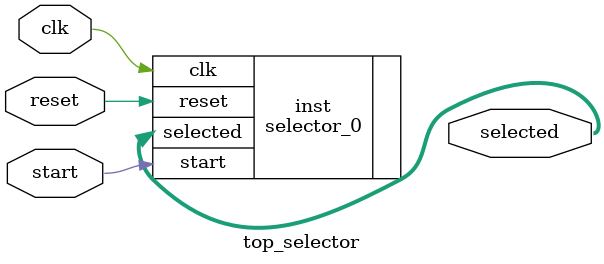
<source format=v>
`timescale 1ns / 1ps


module top_selector(
    clk,
    reset,
    start,
    selected
    );

    input wire clk;
    input wire reset;
    input wire [0 : 0] start;
    output wire [3 : 0] selected;

  selector_0 inst(
    .clk(clk),
    .reset(reset),
    .start(start),
    .selected(selected)
  );
  
endmodule

</source>
